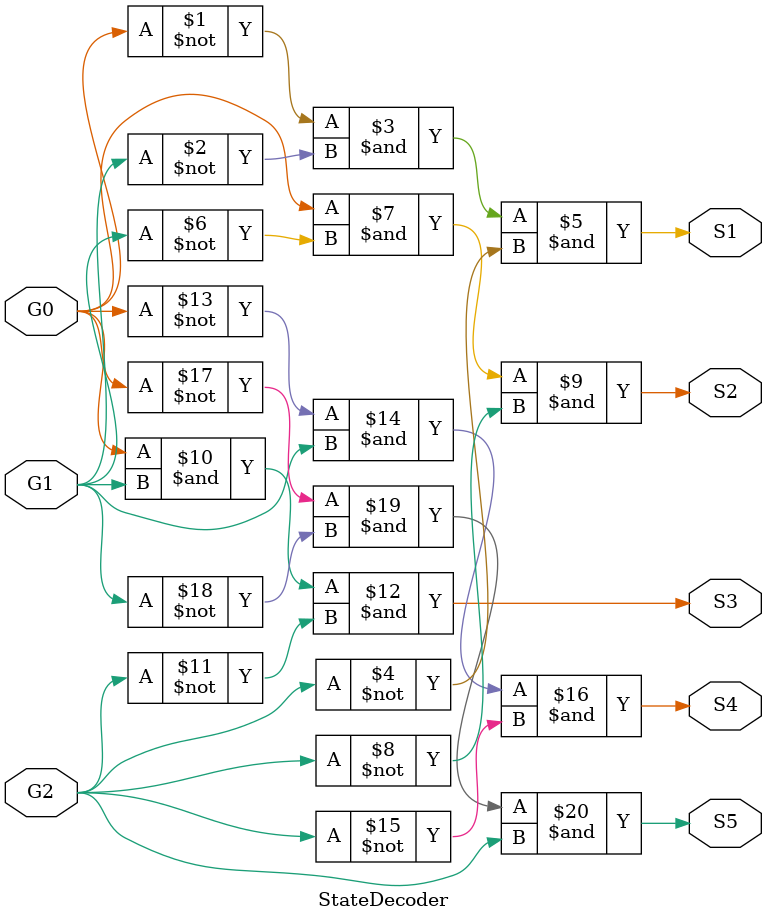
<source format=v>
`timescale 1ns / 1ps
 module StateDecoder(G0, G1,G2, S1, S2, S3, S4, S5);
  input   G0;
  input   G1;
  input   G2;
  output  S1;
  output  S2;
  output  S3;
  output  S4;
  output  S5;
  assign S1 = (~G0) & (~G1) & (~G2);
  assign S2 = G0 & (~G1) & (~G2);
  assign S3 = G0 & G1 & (~G2);
  assign S4 = (~G0) & G1 & (~G2);
  assign S5 = (~G0) & (~G1) & G2;
  
endmodule


</source>
